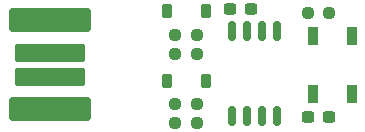
<source format=gbr>
%TF.GenerationSoftware,KiCad,Pcbnew,9.0.1*%
%TF.CreationDate,2025-07-08T09:29:25+02:00*%
%TF.ProjectId,Neopixel USB,4e656f70-6978-4656-9c20-5553422e6b69,rev?*%
%TF.SameCoordinates,Original*%
%TF.FileFunction,Paste,Top*%
%TF.FilePolarity,Positive*%
%FSLAX46Y46*%
G04 Gerber Fmt 4.6, Leading zero omitted, Abs format (unit mm)*
G04 Created by KiCad (PCBNEW 9.0.1) date 2025-07-08 09:29:25*
%MOMM*%
%LPD*%
G01*
G04 APERTURE LIST*
G04 Aperture macros list*
%AMRoundRect*
0 Rectangle with rounded corners*
0 $1 Rounding radius*
0 $2 $3 $4 $5 $6 $7 $8 $9 X,Y pos of 4 corners*
0 Add a 4 corners polygon primitive as box body*
4,1,4,$2,$3,$4,$5,$6,$7,$8,$9,$2,$3,0*
0 Add four circle primitives for the rounded corners*
1,1,$1+$1,$2,$3*
1,1,$1+$1,$4,$5*
1,1,$1+$1,$6,$7*
1,1,$1+$1,$8,$9*
0 Add four rect primitives between the rounded corners*
20,1,$1+$1,$2,$3,$4,$5,0*
20,1,$1+$1,$4,$5,$6,$7,0*
20,1,$1+$1,$6,$7,$8,$9,0*
20,1,$1+$1,$8,$9,$2,$3,0*%
G04 Aperture macros list end*
%ADD10RoundRect,0.300000X-3.200000X-0.700000X3.200000X-0.700000X3.200000X0.700000X-3.200000X0.700000X0*%
%ADD11RoundRect,0.225000X-2.775000X-0.525000X2.775000X-0.525000X2.775000X0.525000X-2.775000X0.525000X0*%
%ADD12RoundRect,0.237500X0.250000X0.237500X-0.250000X0.237500X-0.250000X-0.237500X0.250000X-0.237500X0*%
%ADD13RoundRect,0.225000X-0.225000X-0.375000X0.225000X-0.375000X0.225000X0.375000X-0.225000X0.375000X0*%
%ADD14RoundRect,0.162500X0.162500X-0.650000X0.162500X0.650000X-0.162500X0.650000X-0.162500X-0.650000X0*%
%ADD15RoundRect,0.237500X-0.250000X-0.237500X0.250000X-0.237500X0.250000X0.237500X-0.250000X0.237500X0*%
%ADD16RoundRect,0.090000X0.360000X-0.660000X0.360000X0.660000X-0.360000X0.660000X-0.360000X-0.660000X0*%
%ADD17RoundRect,0.237500X-0.300000X-0.237500X0.300000X-0.237500X0.300000X0.237500X-0.300000X0.237500X0*%
G04 APERTURE END LIST*
D10*
%TO.C,U2*%
X34475000Y-25000000D03*
D11*
X34475000Y-22250000D03*
X34475000Y-20250000D03*
D10*
X34475000Y-17500000D03*
%TD*%
D12*
%TO.C,R2*%
X45087500Y-20300000D03*
X46912500Y-20300000D03*
%TD*%
D13*
%TO.C,D2*%
X44350000Y-16700000D03*
X47650000Y-16700000D03*
%TD*%
D14*
%TO.C,U1*%
X49895000Y-25575000D03*
X51165000Y-25575000D03*
X52435000Y-25575000D03*
X53705000Y-25575000D03*
X53705000Y-18400000D03*
X52435000Y-18400000D03*
X51165000Y-18400000D03*
X49895000Y-18400000D03*
%TD*%
D15*
%TO.C,R5*%
X56287500Y-16850000D03*
X58112500Y-16850000D03*
%TD*%
%TO.C,R4*%
X45087500Y-24600000D03*
X46912500Y-24600000D03*
%TD*%
D12*
%TO.C,R3*%
X46912500Y-18700000D03*
X45087500Y-18700000D03*
%TD*%
%TO.C,R1*%
X46912500Y-26200000D03*
X45087500Y-26200000D03*
%TD*%
D16*
%TO.C,D3*%
X56700000Y-23700000D03*
X60000000Y-23700000D03*
X60000000Y-18800000D03*
X56700000Y-18800000D03*
%TD*%
D13*
%TO.C,D1*%
X44350000Y-22600000D03*
X47650000Y-22600000D03*
%TD*%
D17*
%TO.C,C3*%
X56337500Y-25650000D03*
X58062500Y-25650000D03*
%TD*%
%TO.C,C1*%
X49737500Y-16500000D03*
X51462500Y-16500000D03*
%TD*%
M02*

</source>
